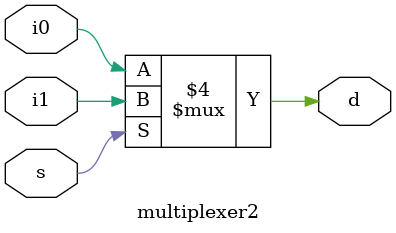
<source format=sv>
`timescale 1ns / 1ps


module multiplexer2(input logic i0,i1,s, output logic d);
reg d; 
always @(i1, i0, s) begin 
if(s==0) d <= i0; 
else d <= i1;
 end
endmodule

</source>
